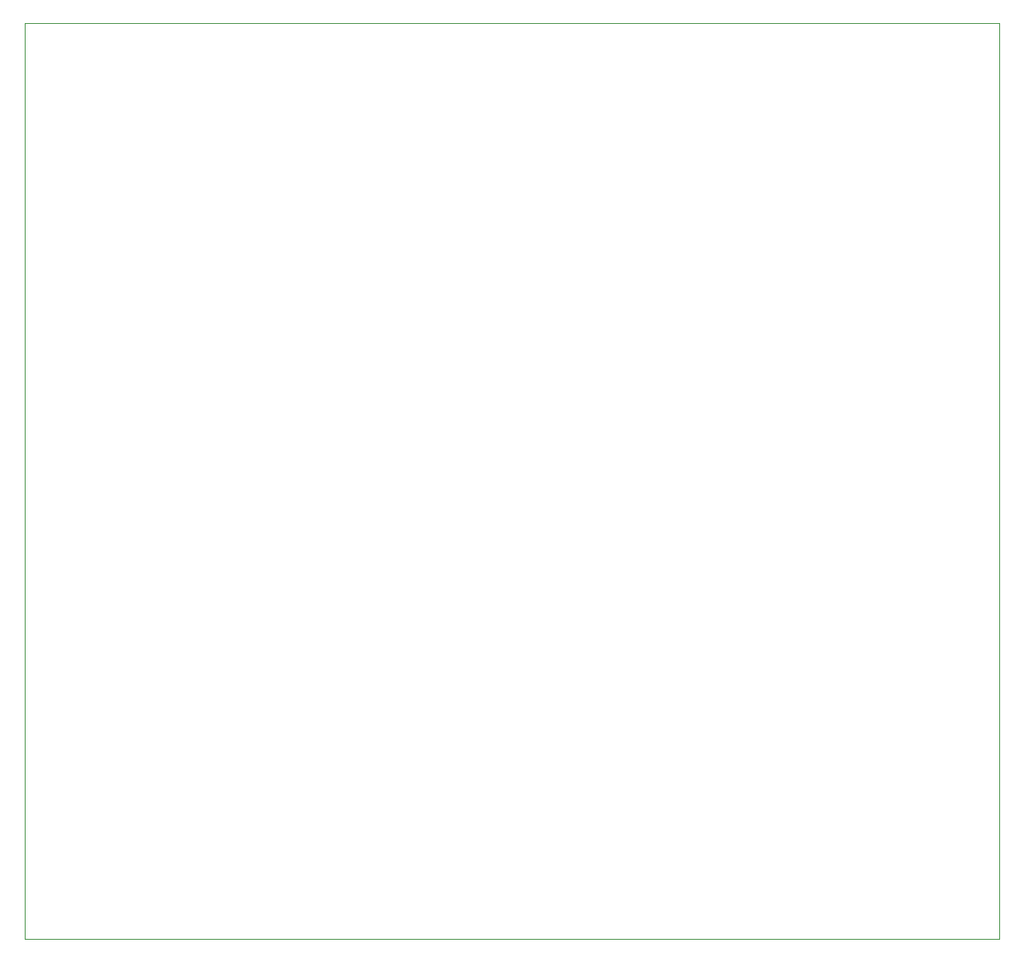
<source format=gm1>
G04 #@! TF.FileFunction,Profile,NP*
%FSLAX46Y46*%
G04 Gerber Fmt 4.6, Leading zero omitted, Abs format (unit mm)*
G04 Created by KiCad (PCBNEW 4.0.6) date 08/23/17 09:08:23*
%MOMM*%
%LPD*%
G01*
G04 APERTURE LIST*
%ADD10C,0.100000*%
G04 APERTURE END LIST*
D10*
X198000000Y-51000000D02*
X198000000Y-52000000D01*
X98000000Y-51000000D02*
X98000000Y-52000000D01*
X98000000Y-145000000D02*
X98000000Y-52000000D01*
X198000000Y-145000000D02*
X98000000Y-145000000D01*
X198000000Y-52000000D02*
X198000000Y-145000000D01*
X196000000Y-51000000D02*
X198000000Y-51000000D01*
X98000000Y-51000000D02*
X196000000Y-51000000D01*
M02*

</source>
